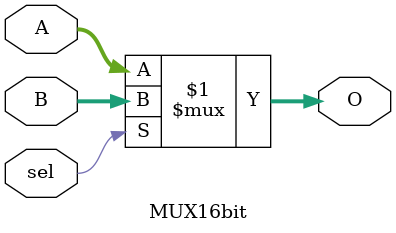
<source format=v>
`timescale 1ns / 1ps
module MUX16bit(
    input  [15:0] A,
    input  [15:0] B,
    input  sel,
    output [15:0] O
    );

assign O = (sel) ? B:A;

endmodule

</source>
